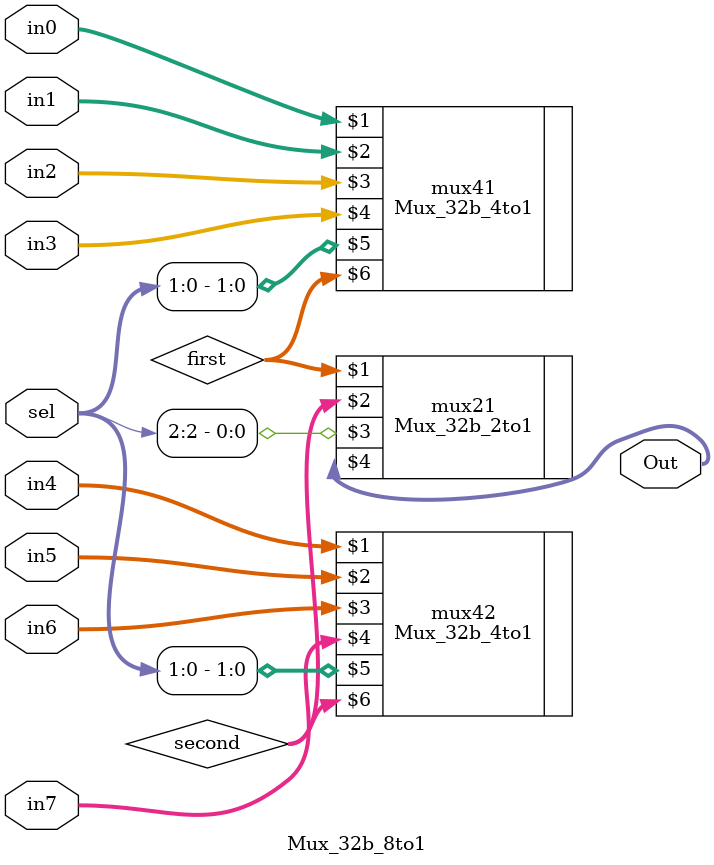
<source format=v>
module Mux_32b_8to1(in0, in1, in2, in3, in4, in5, in6, in7, sel, Out);
	
	input [31:0] in0, in1, in2, in3, in4, in5, in6, in7;
	input [2:0] sel;
	output [31:0] Out;
	
	wire [31:0] first, second;
	
	Mux_32b_4to1 mux41(in0, in1, in2, in3, sel[1:0], first);
	Mux_32b_4to1 mux42(in4, in5, in6, in7, sel[1:0], second);
	Mux_32b_2to1 mux21(first, second, sel[2], Out);

endmodule

</source>
